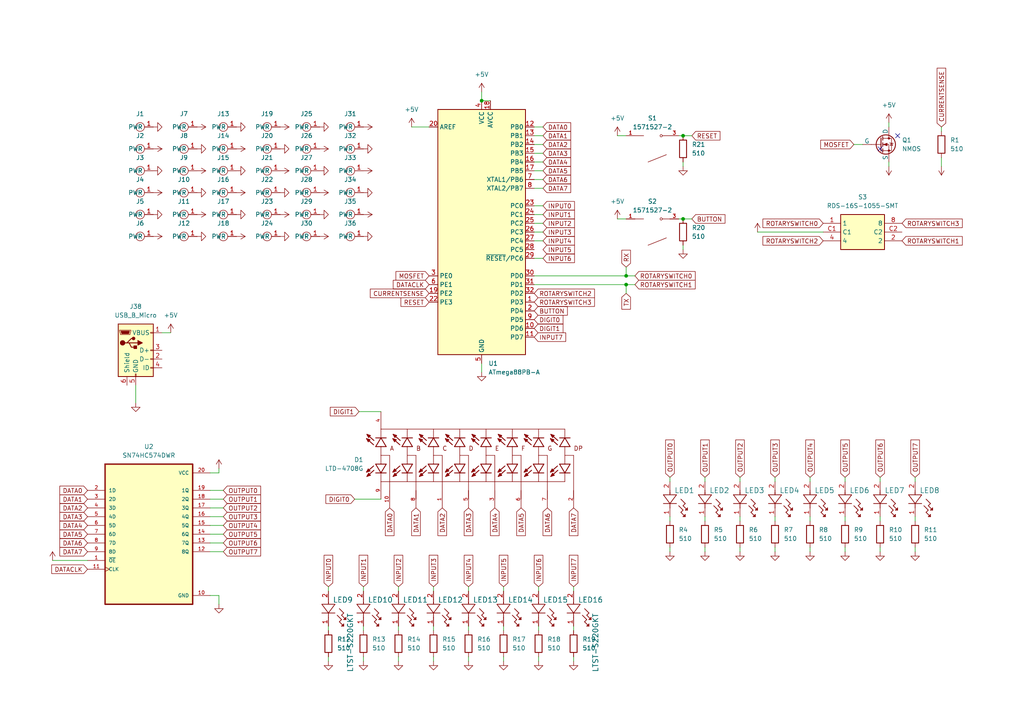
<source format=kicad_sch>
(kicad_sch (version 20230121) (generator eeschema)
  (paper "A4")
  (junction (at 139.7 29.21))
  (junction (at 198.12 39.37))
  (junction (at 181.61 80.01))
  (junction (at 198.12 63.5))
  (junction (at 181.61 82.55))
  (no_connect (at 255.27 43.18))
  (no_connect (at 260.35 39.37))
  (wire (pts (xy 214.63 149.86) (xy 214.63 151.13)))
  (wire (pts (xy 60.96 147.32) (xy 64.77 147.32)))
  (wire (pts (xy 204.47 149.86) (xy 204.47 151.13)))
  (wire (pts (xy 166.37 181.61) (xy 166.37 182.88)))
  (wire (pts (xy 115.57 170.18) (xy 115.57 171.45)))
  (wire (pts (xy 139.7 105.41) (xy 139.7 107.95)))
  (wire (pts (xy 255.27 138.43) (xy 255.27 139.7)))
  (wire (pts (xy 146.05 190.5) (xy 146.05 191.77)))
  (wire (pts (xy 115.57 181.61) (xy 115.57 182.88)))
  (wire (pts (xy 245.11 158.75) (xy 245.11 160.02)))
  (wire (pts (xy 196.85 63.5) (xy 198.12 63.5)))
  (wire (pts (xy 60.96 172.72) (xy 63.5 172.72)))
  (wire (pts (xy 194.31 138.43) (xy 194.31 139.7)))
  (wire (pts (xy 63.5 172.72) (xy 63.5 175.26)))
  (wire (pts (xy 154.94 64.77) (xy 157.48 64.77)))
  (wire (pts (xy 139.7 26.67) (xy 139.7 29.21)))
  (wire (pts (xy 255.27 149.86) (xy 255.27 151.13)))
  (wire (pts (xy 46.99 96.52) (xy 49.53 96.52)))
  (wire (pts (xy 265.43 149.86) (xy 265.43 151.13)))
  (wire (pts (xy 204.47 158.75) (xy 204.47 160.02)))
  (wire (pts (xy 39.37 111.76) (xy 39.37 116.84)))
  (wire (pts (xy 198.12 39.37) (xy 200.66 39.37)))
  (wire (pts (xy 60.96 160.02) (xy 64.77 160.02)))
  (wire (pts (xy 63.5 137.16) (xy 60.96 137.16)))
  (wire (pts (xy 125.73 181.61) (xy 125.73 182.88)))
  (wire (pts (xy 60.96 149.86) (xy 64.77 149.86)))
  (wire (pts (xy 156.21 170.18) (xy 156.21 171.45)))
  (wire (pts (xy 157.48 41.91) (xy 154.94 41.91)))
  (wire (pts (xy 63.5 135.89) (xy 63.5 137.16)))
  (wire (pts (xy 194.31 158.75) (xy 194.31 160.02)))
  (wire (pts (xy 60.96 144.78) (xy 64.77 144.78)))
  (wire (pts (xy 198.12 63.5) (xy 200.66 63.5)))
  (wire (pts (xy 245.11 149.86) (xy 245.11 151.13)))
  (wire (pts (xy 184.15 82.55) (xy 181.61 82.55)))
  (wire (pts (xy 156.21 190.5) (xy 156.21 191.77)))
  (wire (pts (xy 245.11 138.43) (xy 245.11 139.7)))
  (wire (pts (xy 257.81 46.99) (xy 257.81 48.26)))
  (wire (pts (xy 166.37 190.5) (xy 166.37 191.77)))
  (wire (pts (xy 154.94 74.93) (xy 157.48 74.93)))
  (wire (pts (xy 247.65 41.91) (xy 250.19 41.91)))
  (wire (pts (xy 119.38 36.83) (xy 124.46 36.83)))
  (wire (pts (xy 224.79 138.43) (xy 224.79 139.7)))
  (wire (pts (xy 194.31 149.86) (xy 194.31 151.13)))
  (wire (pts (xy 154.94 62.23) (xy 157.48 62.23)))
  (wire (pts (xy 157.48 54.61) (xy 154.94 54.61)))
  (wire (pts (xy 157.48 39.37) (xy 154.94 39.37)))
  (wire (pts (xy 156.21 181.61) (xy 156.21 182.88)))
  (wire (pts (xy 125.73 190.5) (xy 125.73 191.77)))
  (wire (pts (xy 157.48 44.45) (xy 154.94 44.45)))
  (wire (pts (xy 234.95 158.75) (xy 234.95 160.02)))
  (wire (pts (xy 181.61 85.09) (xy 181.61 82.55)))
  (wire (pts (xy 224.79 149.86) (xy 224.79 151.13)))
  (wire (pts (xy 105.41 181.61) (xy 105.41 182.88)))
  (wire (pts (xy 214.63 158.75) (xy 214.63 160.02)))
  (wire (pts (xy 184.15 80.01) (xy 181.61 80.01)))
  (wire (pts (xy 125.73 170.18) (xy 125.73 171.45)))
  (wire (pts (xy 105.41 190.5) (xy 105.41 191.77)))
  (wire (pts (xy 115.57 190.5) (xy 115.57 191.77)))
  (wire (pts (xy 214.63 138.43) (xy 214.63 139.7)))
  (wire (pts (xy 95.25 181.61) (xy 95.25 182.88)))
  (wire (pts (xy 257.81 35.56) (xy 257.81 36.83)))
  (wire (pts (xy 95.25 190.5) (xy 95.25 191.77)))
  (wire (pts (xy 157.48 46.99) (xy 154.94 46.99)))
  (wire (pts (xy 196.85 39.37) (xy 198.12 39.37)))
  (wire (pts (xy 181.61 82.55) (xy 154.94 82.55)))
  (wire (pts (xy 255.27 158.75) (xy 255.27 160.02)))
  (wire (pts (xy 265.43 138.43) (xy 265.43 139.7)))
  (wire (pts (xy 135.89 181.61) (xy 135.89 182.88)))
  (wire (pts (xy 135.89 190.5) (xy 135.89 191.77)))
  (wire (pts (xy 234.95 149.86) (xy 234.95 151.13)))
  (wire (pts (xy 60.96 152.4) (xy 64.77 152.4)))
  (wire (pts (xy 224.79 158.75) (xy 224.79 160.02)))
  (wire (pts (xy 102.87 144.78) (xy 110.49 144.78)))
  (wire (pts (xy 60.96 157.48) (xy 64.77 157.48)))
  (wire (pts (xy 265.43 158.75) (xy 265.43 160.02)))
  (wire (pts (xy 179.07 39.37) (xy 181.61 39.37)))
  (wire (pts (xy 273.05 45.72) (xy 273.05 48.26)))
  (wire (pts (xy 146.05 181.61) (xy 146.05 182.88)))
  (wire (pts (xy 219.71 67.31) (xy 238.76 67.31)))
  (wire (pts (xy 15.24 162.56) (xy 25.4 162.56)))
  (wire (pts (xy 60.96 154.94) (xy 64.77 154.94)))
  (wire (pts (xy 139.7 29.21) (xy 142.24 29.21)))
  (wire (pts (xy 154.94 69.85) (xy 157.48 69.85)))
  (wire (pts (xy 154.94 59.69) (xy 157.48 59.69)))
  (wire (pts (xy 181.61 80.01) (xy 154.94 80.01)))
  (wire (pts (xy 273.05 36.83) (xy 273.05 38.1)))
  (wire (pts (xy 204.47 138.43) (xy 204.47 139.7)))
  (wire (pts (xy 95.25 170.18) (xy 95.25 171.45)))
  (wire (pts (xy 146.05 170.18) (xy 146.05 171.45)))
  (wire (pts (xy 104.14 119.38) (xy 110.49 119.38)))
  (wire (pts (xy 135.89 170.18) (xy 135.89 171.45)))
  (wire (pts (xy 157.48 36.83) (xy 154.94 36.83)))
  (wire (pts (xy 181.61 77.47) (xy 181.61 80.01)))
  (wire (pts (xy 157.48 49.53) (xy 154.94 49.53)))
  (wire (pts (xy 198.12 46.99) (xy 198.12 48.26)))
  (wire (pts (xy 154.94 67.31) (xy 157.48 67.31)))
  (wire (pts (xy 105.41 170.18) (xy 105.41 171.45)))
  (wire (pts (xy 157.48 52.07) (xy 154.94 52.07)))
  (wire (pts (xy 198.12 71.12) (xy 198.12 72.39)))
  (wire (pts (xy 64.77 142.24) (xy 60.96 142.24)))
  (wire (pts (xy 179.07 63.5) (xy 181.61 63.5)))
  (wire (pts (xy 166.37 170.18) (xy 166.37 171.45)))
  (wire (pts (xy 234.95 138.43) (xy 234.95 139.7)))
  (global_label "OUTPUT0" (shape input) (at 64.77 142.24 0) (property "Intersheetrefs" "${INTERSHEET_REFS}" (effects hide)))
  (global_label "ROTARYSWITCH1" (shape input) (at 184.15 82.55 0) (property "Intersheetrefs" "${INTERSHEET_REFS}" (effects hide)))
  (global_label "DATA4" (shape input) (at 25.4 152.4 180) (property "Intersheetrefs" "${INTERSHEET_REFS}" (effects hide)))
  (global_label "MOSFET" (shape input) (at 247.65 41.91 180) (property "Intersheetrefs" "${INTERSHEET_REFS}" (effects hide)))
  (global_label "DIGIT1" (shape input) (at 104.14 119.38 180) (property "Intersheetrefs" "${INTERSHEET_REFS}" (effects hide)))
  (global_label "DIGIT1" (shape input) (at 154.94 95.25 0) (property "Intersheetrefs" "${INTERSHEET_REFS}" (effects hide)))
  (global_label "DATA7" (shape input) (at 166.37 147.32 270) (property "Intersheetrefs" "${INTERSHEET_REFS}" (effects hide)))
  (global_label "RX" (shape input) (at 181.61 77.47 90) (property "Intersheetrefs" "${INTERSHEET_REFS}" (effects hide)))
  (global_label "OUTPUT7" (shape input) (at 64.77 160.02 0) (property "Intersheetrefs" "${INTERSHEET_REFS}" (effects hide)))
  (global_label "DATA2" (shape input) (at 128.27 147.32 270) (property "Intersheetrefs" "${INTERSHEET_REFS}" (effects hide)))
  (global_label "OUTPUT0" (shape input) (at 194.31 138.43 90) (property "Intersheetrefs" "${INTERSHEET_REFS}" (effects hide)))
  (global_label "INPUT7" (shape input) (at 154.94 97.79 0) (property "Intersheetrefs" "${INTERSHEET_REFS}" (effects hide)))
  (global_label "INPUT4" (shape input) (at 157.48 69.85 0) (property "Intersheetrefs" "${INTERSHEET_REFS}" (effects hide)))
  (global_label "INPUT7" (shape input) (at 166.37 170.18 90) (property "Intersheetrefs" "${INTERSHEET_REFS}" (effects hide)))
  (global_label "CURRENTSENSE" (shape input) (at 273.05 36.83 90) (property "Intersheetrefs" "${INTERSHEET_REFS}" (effects hide)))
  (global_label "INPUT1" (shape input) (at 105.41 170.18 90) (property "Intersheetrefs" "${INTERSHEET_REFS}" (effects hide)))
  (global_label "DATACLK" (shape input) (at 124.46 82.55 180) (property "Intersheetrefs" "${INTERSHEET_REFS}" (effects hide)))
  (global_label "MOSFET" (shape input) (at 124.46 80.01 180) (property "Intersheetrefs" "${INTERSHEET_REFS}" (effects hide)))
  (global_label "OUTPUT6" (shape input) (at 64.77 157.48 0) (property "Intersheetrefs" "${INTERSHEET_REFS}" (effects hide)))
  (global_label "DATA1" (shape input) (at 157.48 39.37 0) (property "Intersheetrefs" "${INTERSHEET_REFS}" (effects hide)))
  (global_label "DATA2" (shape input) (at 157.48 41.91 0) (property "Intersheetrefs" "${INTERSHEET_REFS}" (effects hide)))
  (global_label "OUTPUT4" (shape input) (at 234.95 138.43 90) (property "Intersheetrefs" "${INTERSHEET_REFS}" (effects hide)))
  (global_label "DATA7" (shape input) (at 157.48 54.61 0) (property "Intersheetrefs" "${INTERSHEET_REFS}" (effects hide)))
  (global_label "DIGIT0" (shape input) (at 102.87 144.78 180) (property "Intersheetrefs" "${INTERSHEET_REFS}" (effects hide)))
  (global_label "INPUT4" (shape input) (at 135.89 170.18 90) (property "Intersheetrefs" "${INTERSHEET_REFS}" (effects hide)))
  (global_label "DIGIT0" (shape input) (at 154.94 92.71 0) (property "Intersheetrefs" "${INTERSHEET_REFS}" (effects hide)))
  (global_label "ROTARYSWITCH2" (shape input) (at 154.94 85.09 0) (property "Intersheetrefs" "${INTERSHEET_REFS}" (effects hide)))
  (global_label "BUTTON" (shape input) (at 154.94 90.17 0) (property "Intersheetrefs" "${INTERSHEET_REFS}" (effects hide)))
  (global_label "OUTPUT1" (shape input) (at 64.77 144.78 0) (property "Intersheetrefs" "${INTERSHEET_REFS}" (effects hide)))
  (global_label "DATA2" (shape input) (at 25.4 147.32 180) (property "Intersheetrefs" "${INTERSHEET_REFS}" (effects hide)))
  (global_label "RESET" (shape input) (at 200.66 39.37 0) (property "Intersheetrefs" "${INTERSHEET_REFS}" (effects hide)))
  (global_label "OUTPUT4" (shape input) (at 64.77 152.4 0) (property "Intersheetrefs" "${INTERSHEET_REFS}" (effects hide)))
  (global_label "OUTPUT3" (shape input) (at 224.79 138.43 90) (property "Intersheetrefs" "${INTERSHEET_REFS}" (effects hide)))
  (global_label "DATA1" (shape input) (at 25.4 144.78 180) (property "Intersheetrefs" "${INTERSHEET_REFS}" (effects hide)))
  (global_label "DATA6" (shape input) (at 158.75 147.32 270) (property "Intersheetrefs" "${INTERSHEET_REFS}" (effects hide)))
  (global_label "DATA5" (shape input) (at 157.48 49.53 0) (property "Intersheetrefs" "${INTERSHEET_REFS}" (effects hide)))
  (global_label "INPUT2" (shape input) (at 115.57 170.18 90) (property "Intersheetrefs" "${INTERSHEET_REFS}" (effects hide)))
  (global_label "ROTARYSWITCH2" (shape input) (at 238.76 69.85 180) (property "Intersheetrefs" "${INTERSHEET_REFS}" (effects hide)))
  (global_label "DATACLK" (shape input) (at 25.4 165.1 180) (property "Intersheetrefs" "${INTERSHEET_REFS}" (effects hide)))
  (global_label "OUTPUT7" (shape input) (at 265.43 138.43 90) (property "Intersheetrefs" "${INTERSHEET_REFS}" (effects hide)))
  (global_label "TX" (shape input) (at 181.61 85.09 270) (property "Intersheetrefs" "${INTERSHEET_REFS}" (effects hide)))
  (global_label "OUTPUT2" (shape input) (at 214.63 138.43 90) (property "Intersheetrefs" "${INTERSHEET_REFS}" (effects hide)))
  (global_label "CURRENTSENSE" (shape input) (at 124.46 85.09 180) (property "Intersheetrefs" "${INTERSHEET_REFS}" (effects hide)))
  (global_label "INPUT2" (shape input) (at 157.48 64.77 0) (property "Intersheetrefs" "${INTERSHEET_REFS}" (effects hide)))
  (global_label "DATA6" (shape input) (at 157.48 52.07 0) (property "Intersheetrefs" "${INTERSHEET_REFS}" (effects hide)))
  (global_label "ROTARYSWITCH0" (shape input) (at 238.76 64.77 180) (property "Intersheetrefs" "${INTERSHEET_REFS}" (effects hide)))
  (global_label "OUTPUT3" (shape input) (at 64.77 149.86 0) (property "Intersheetrefs" "${INTERSHEET_REFS}" (effects hide)))
  (global_label "ROTARYSWITCH1" (shape input) (at 261.62 69.85 0) (property "Intersheetrefs" "${INTERSHEET_REFS}" (effects hide)))
  (global_label "BUTTON" (shape input) (at 200.66 63.5 0) (property "Intersheetrefs" "${INTERSHEET_REFS}" (effects hide)))
  (global_label "ROTARYSWITCH3" (shape input) (at 154.94 87.63 0) (property "Intersheetrefs" "${INTERSHEET_REFS}" (effects hide)))
  (global_label "INPUT5" (shape input) (at 146.05 170.18 90) (property "Intersheetrefs" "${INTERSHEET_REFS}" (effects hide)))
  (global_label "OUTPUT5" (shape input) (at 245.11 138.43 90) (property "Intersheetrefs" "${INTERSHEET_REFS}" (effects hide)))
  (global_label "DATA3" (shape input) (at 135.89 147.32 270) (property "Intersheetrefs" "${INTERSHEET_REFS}" (effects hide)))
  (global_label "DATA3" (shape input) (at 157.48 44.45 0) (property "Intersheetrefs" "${INTERSHEET_REFS}" (effects hide)))
  (global_label "OUTPUT6" (shape input) (at 255.27 138.43 90) (property "Intersheetrefs" "${INTERSHEET_REFS}" (effects hide)))
  (global_label "DATA4" (shape input) (at 157.48 46.99 0) (property "Intersheetrefs" "${INTERSHEET_REFS}" (effects hide)))
  (global_label "DATA6" (shape input) (at 25.4 157.48 180) (property "Intersheetrefs" "${INTERSHEET_REFS}" (effects hide)))
  (global_label "DATA3" (shape input) (at 25.4 149.86 180) (property "Intersheetrefs" "${INTERSHEET_REFS}" (effects hide)))
  (global_label "ROTARYSWITCH0" (shape input) (at 184.15 80.01 0) (property "Intersheetrefs" "${INTERSHEET_REFS}" (effects hide)))
  (global_label "INPUT6" (shape input) (at 157.48 74.93 0) (property "Intersheetrefs" "${INTERSHEET_REFS}" (effects hide)))
  (global_label "DATA5" (shape input) (at 25.4 154.94 180) (property "Intersheetrefs" "${INTERSHEET_REFS}" (effects hide)))
  (global_label "INPUT1" (shape input) (at 157.48 62.23 0) (property "Intersheetrefs" "${INTERSHEET_REFS}" (effects hide)))
  (global_label "INPUT6" (shape input) (at 156.21 170.18 90) (property "Intersheetrefs" "${INTERSHEET_REFS}" (effects hide)))
  (global_label "DATA0" (shape input) (at 157.48 36.83 0) (property "Intersheetrefs" "${INTERSHEET_REFS}" (effects hide)))
  (global_label "DATA7" (shape input) (at 25.4 160.02 180) (property "Intersheetrefs" "${INTERSHEET_REFS}" (effects hide)))
  (global_label "INPUT5" (shape input) (at 157.48 72.39 0) (property "Intersheetrefs" "${INTERSHEET_REFS}" (effects hide)))
  (global_label "DATA1" (shape input) (at 120.65 147.32 270) (property "Intersheetrefs" "${INTERSHEET_REFS}" (effects hide)))
  (global_label "OUTPUT1" (shape input) (at 204.47 138.43 90) (property "Intersheetrefs" "${INTERSHEET_REFS}" (effects hide)))
  (global_label "ROTARYSWITCH3" (shape input) (at 261.62 64.77 0) (property "Intersheetrefs" "${INTERSHEET_REFS}" (effects hide)))
  (global_label "OUTPUT2" (shape input) (at 64.77 147.32 0) (property "Intersheetrefs" "${INTERSHEET_REFS}" (effects hide)))
  (global_label "INPUT3" (shape input) (at 125.73 170.18 90) (property "Intersheetrefs" "${INTERSHEET_REFS}" (effects hide)))
  (global_label "DATA4" (shape input) (at 143.51 147.32 270) (property "Intersheetrefs" "${INTERSHEET_REFS}" (effects hide)))
  (global_label "RESET" (shape input) (at 124.46 87.63 180) (property "Intersheetrefs" "${INTERSHEET_REFS}" (effects hide)))
  (global_label "DATA0" (shape input) (at 113.03 147.32 270) (property "Intersheetrefs" "${INTERSHEET_REFS}" (effects hide)))
  (global_label "INPUT0" (shape input) (at 95.25 170.18 90) (property "Intersheetrefs" "${INTERSHEET_REFS}" (effects hide)))
  (global_label "DATA0" (shape input) (at 25.4 142.24 180) (property "Intersheetrefs" "${INTERSHEET_REFS}" (effects hide)))
  (global_label "INPUT3" (shape input) (at 157.48 67.31 0) (property "Intersheetrefs" "${INTERSHEET_REFS}" (effects hide)))
  (global_label "INPUT0" (shape input) (at 157.48 59.69 0) (property "Intersheetrefs" "${INTERSHEET_REFS}" (effects hide)))
  (global_label "OUTPUT5" (shape input) (at 64.77 154.94 0) (property "Intersheetrefs" "${INTERSHEET_REFS}" (effects hide)))
  (global_label "DATA5" (shape input) (at 151.13 147.32 270) (property "Intersheetrefs" "${INTERSHEET_REFS}" (effects hide)))
  (symbol (lib_id "DigitalLogicLibrary:8mm_snap") (at 88.9 68.58 0) (unit 1) (in_bom no)
    (property "Reference" "J30" (at 88.9 64.77 0))
    (property "Value" "~" (at 88.9 68.58 0))
    (property "Footprint" "DigitalLogicFootprints:8mm-snap" (effects hide))
  )
  (symbol (lib_id "power:GND") (at 44.45 62.23 90) (unit 1)
    (property "Reference" "#PWR07" (effects hide))
    (property "Value" "GND" (effects hide))
  )
  (symbol (lib_id "DigitalLogicLibrary:8mm_snap") (at 53.34 68.58 0) (unit 1) (in_bom no)
    (property "Reference" "J12" (at 53.34 64.77 0))
    (property "Value" "~" (at 53.34 68.58 0))
    (property "Footprint" "DigitalLogicFootprints:8mm-snap" (effects hide))
  )
  (symbol (lib_id "power:GND") (at 204.47 160.02 0) (unit 1)
    (property "Reference" "#PWR048" (effects hide))
    (property "Value" "GND" (effects hide))
  )
  (symbol (lib_id "power:VCC") (at 44.45 55.88 270) (unit 1)
    (property "Reference" "#PWR03" (effects hide))
    (property "Value" "VCC" (effects hide))
  )
  (symbol (lib_id "DigitalLogicLibrary:8mm_snap") (at 40.64 36.83 0) (unit 1) (in_bom no)
    (property "Reference" "J1" (at 40.64 33.02 0))
    (property "Value" "~" (at 40.64 36.83 0))
    (property "Footprint" "DigitalLogicFootprints:8mm-snap" (effects hide))
  )
  (symbol (lib_id "DigitalLogicLibrary:LTST-S220GKT") (at 95.25 171.45 270) (unit 1)
    (property "Reference" "LED9" (at 96.52 173.99 90) (effects (font (size 1.524 1.524)) (justify left)))
    (property "Value" "LTST-S220GKT" (at 101.6 177.8 0) (effects (font (size 1.524 1.524)) (justify left)))
    (property "Footprint" "LED_LTST-S220GKT_LTO" (effects hide))
    (property "Datasheet" "LTST-S220GKT" (effects hide))
  )
  (symbol (lib_id "DigitalLogicLibrary:8mm_snap") (at 101.6 68.58 0) (unit 1) (in_bom no)
    (property "Reference" "J36" (at 101.6 64.77 0))
    (property "Value" "~" (at 101.6 68.58 0))
    (property "Footprint" "DigitalLogicFootprints:8mm-snap" (effects hide))
  )
  (symbol (lib_id "DigitalLogicLibrary:8mm_snap") (at 88.9 36.83 0) (unit 1) (in_bom no)
    (property "Reference" "J25" (at 88.9 33.02 0))
    (property "Value" "~" (at 88.9 36.83 0))
    (property "Footprint" "DigitalLogicFootprints:8mm-snap" (effects hide))
  )
  (symbol (lib_id "power:GND") (at 146.05 191.77 0) (unit 1)
    (property "Reference" "#PWR063" (effects hide))
    (property "Value" "GND" (effects hide))
  )
  (symbol (lib_id "power:GND") (at 81.28 68.58 90) (unit 1)
    (property "Reference" "#PWR024" (effects hide))
    (property "Value" "GND" (effects hide))
  )
  (symbol (lib_id "DigitalLogicLibrary:LTST-S220GKT") (at 255.27 139.7 270) (unit 1)
    (property "Reference" "LED7" (at 256.54 142.24 90) (effects (font (size 1.524 1.524)) (justify left)))
    (property "Value" "LTST-S220GKT" (effects hide))
    (property "Footprint" "LED_LTST-S220GKT_LTO" (effects hide))
    (property "Datasheet" "LTST-S220GKT" (effects hide))
  )
  (symbol (lib_id "power:VCC") (at 219.71 67.31 0) (unit 1)
    (property "Reference" "#PWR068" (effects hide))
    (property "Value" "VCC" (effects hide))
  )
  (symbol (lib_id "Device:R") (at 95.25 186.69 180) (unit 1)
    (property "Reference" "R12" (at 97.79 185.42 0) (effects (justify right)))
    (property "Value" "510" (at 97.79 187.96 0) (effects (justify right)))
    (property "Footprint" "Resistor_SMD:R_0805_2012Metric_Pad1.20x1.40mm_HandSolder" (effects hide))
  )
  (symbol (lib_id "Simulation_SPICE:NMOS") (at 255.27 41.91 0) (unit 1)
    (property "Reference" "Q1" (at 261.62 40.64 0) (effects (justify left)))
    (property "Value" "NMOS" (at 261.62 43.18 0) (effects (justify left)))
    (property "Footprint" "DigitalLogicFootprints:TO254P1041X444X1930-3" (effects hide))
    (property "Datasheet" "https://ngspice.sourceforge.io/docs/ngspice-manual.pdf" (effects hide))
    (property "Sim.Device" "NMOS" (effects hide))
    (property "Sim.Type" "VDMOS" (effects hide))
    (property "Sim.Pins" "1=D 2=G 3=S" (effects hide))
  )
  (symbol (lib_id "power:+5V") (at 257.81 35.56 0) (unit 1)
    (property "Reference" "#PWR038" (effects hide))
    (property "Value" "+5V" (at 257.81 30.48 0))
  )
  (symbol (lib_id "DigitalLogicLibrary:8mm_snap") (at 101.6 55.88 0) (unit 1) (in_bom no)
    (property "Reference" "J34" (at 101.6 52.07 0))
    (property "Value" "~" (at 101.6 55.88 0))
    (property "Footprint" "DigitalLogicFootprints:8mm-snap" (effects hide))
  )
  (symbol (lib_id "power:GND") (at 198.12 48.26 0) (unit 1)
    (property "Reference" "#PWR067" (effects hide))
    (property "Value" "GND" (effects hide))
  )
  (symbol (lib_id "power:GND") (at 105.41 68.58 90) (unit 1)
    (property "Reference" "#PWR036" (effects hide))
    (property "Value" "GND" (effects hide))
  )
  (symbol (lib_id "power:GND") (at 92.71 62.23 90) (unit 1)
    (property "Reference" "#PWR029" (effects hide))
    (property "Value" "GND" (effects hide))
  )
  (symbol (lib_id "power:GND") (at 135.89 191.77 0) (unit 1)
    (property "Reference" "#PWR062" (effects hide))
    (property "Value" "GND" (effects hide))
  )
  (symbol (lib_id "power:GND") (at 44.45 49.53 90) (unit 1)
    (property "Reference" "#PWR06" (effects hide))
    (property "Value" "GND" (effects hide))
  )
  (symbol (lib_id "DigitalLogicLibrary:8mm_snap") (at 40.64 55.88 0) (unit 1) (in_bom no)
    (property "Reference" "J4" (at 40.64 52.07 0))
    (property "Value" "~" (at 40.64 55.88 0))
    (property "Footprint" "DigitalLogicFootprints:8mm-snap" (effects hide))
  )
  (symbol (lib_id "DigitalLogicLibrary:SN74HC574DWR") (at 43.18 154.94 0) (unit 1)
    (property "Reference" "U2" (at 43.18 129.54 0))
    (property "Value" "SN74HC574DWR" (at 43.18 132.08 0))
    (property "Footprint" "DigitalLogicFootprints:SOIC127P1030X265-20N" (effects hide))
    (property "MF" "Texas Instruments" (effects hide))
    (property "Description" "\nOctal Edge-Triggered D-Type Flip-Flops With 3-State Outputs\n" (effects hide))
    (property "Package" "SOIC-20 Texas Instruments" (effects hide))
    (property "Price" "None" (effects hide))
    (property "SnapEDA_Link" "https://www.snapeda.com/parts/SN74HC574DWR/Texas+Instruments/view-part/?ref=snap" (effects hide))
    (property "MP" "SN74HC574DWR" (effects hide))
    (property "Purchase-URL" "https://www.snapeda.com/api/url_track_click_mouser/?unipart_id=48243&manufacturer=Texas Instruments&part_name=SN74HC574DWR&search_term=sn74hc574dwr" (effects hide))
    (property "Availability" "In Stock" (effects hide))
    (property "Check_prices" "https://www.snapeda.com/parts/SN74HC574DWR/Texas+Instruments/view-part/?ref=eda" (effects hide))
  )
  (symbol (lib_id "power:GND") (at 139.7 107.95 0) (unit 1)
    (property "Reference" "#PWR044" (effects hide))
    (property "Value" "GND" (effects hide))
  )
  (symbol (lib_id "DigitalLogicLibrary:1571527-2") (at 189.23 39.37 0) (unit 1)
    (property "Reference" "S1" (at 189.23 34.29 0))
    (property "Value" "1571527-2" (at 189.23 36.83 0))
    (property "Footprint" "DigitalLogicFootprints:SW_1571527-2" (effects hide))
    (property "Comment" "1571527-2" (effects hide))
    (property "MF" "TE Connectivity / AMP" (effects hide))
    (property "MAXIMUM_PACKAGE_HEIGHT" "5.25mm" (effects hide))
    (property "Package" "None" (effects hide))
    (property "Check_prices" "https://www.snapeda.com/parts/1571527-2/TE+Connectivity+%252F+AMP/view-part/?ref=eda" (effects hide))
    (property "STANDARD" "Manufacturer Recommendations" (effects hide))
    (property "PARTREV" "V" (effects hide))
    (property "SnapEDA_Link" "https://www.snapeda.com/parts/1571527-2/TE+Connectivity+%252F+AMP/view-part/?ref=snap" (effects hide))
    (property "MP" "1571527-2" (effects hide))
    (property "Purchase-URL" "https://www.snapeda.com/api/url_track_click_mouser/?unipart_id=491702&manufacturer=TE Connectivity / AMP&part_name=1571527-2&search_term=1571527-2" (effects hide))
    (property "EU_RoHS_Compliance" "Compliant" (effects hide))
    (property "Description" "\nSwitch Tactile OFF (ON) SPST Round Button Gull Wing 0.05A 24VDC 0.98N SMD T/R\n" (effects hide))
    (property "MANUFACTURER" "TE" (effects hide))
  )
  (symbol (lib_id "DigitalLogicLibrary:8mm_snap") (at 53.34 62.23 0) (unit 1) (in_bom no)
    (property "Reference" "J11" (at 53.34 58.42 0))
    (property "Value" "~" (at 53.34 62.23 0))
    (property "Footprint" "DigitalLogicFootprints:8mm-snap" (effects hide))
  )
  (symbol (lib_id "power:GND") (at 234.95 160.02 0) (unit 1)
    (property "Reference" "#PWR051" (effects hide))
    (property "Value" "GND" (effects hide))
  )
  (symbol (lib_id "Device:R") (at 125.73 186.69 180) (unit 1)
    (property "Reference" "R15" (at 128.27 185.42 0) (effects (justify right)))
    (property "Value" "510" (at 128.27 187.96 0) (effects (justify right)))
    (property "Footprint" "Resistor_SMD:R_0805_2012Metric_Pad1.20x1.40mm_HandSolder" (effects hide))
  )
  (symbol (lib_id "DigitalLogicLibrary:8mm_snap") (at 40.64 62.23 0) (unit 1) (in_bom no)
    (property "Reference" "J5" (at 40.64 58.42 0))
    (property "Value" "~" (at 40.64 62.23 0))
    (property "Footprint" "DigitalLogicFootprints:8mm-snap" (effects hide))
  )
  (symbol (lib_id "DigitalLogicLibrary:1571527-2") (at 189.23 63.5 0) (unit 1)
    (property "Reference" "S2" (at 189.23 58.42 0))
    (property "Value" "1571527-2" (at 189.23 60.96 0))
    (property "Footprint" "DigitalLogicFootprints:SW_1571527-2" (effects hide))
    (property "Comment" "1571527-2" (effects hide))
    (property "MF" "TE Connectivity / AMP" (effects hide))
    (property "MAXIMUM_PACKAGE_HEIGHT" "5.25mm" (effects hide))
    (property "Package" "None" (effects hide))
    (property "Check_prices" "https://www.snapeda.com/parts/1571527-2/TE+Connectivity+%252F+AMP/view-part/?ref=eda" (effects hide))
    (property "STANDARD" "Manufacturer Recommendations" (effects hide))
    (property "PARTREV" "V" (effects hide))
    (property "SnapEDA_Link" "https://www.snapeda.com/parts/1571527-2/TE+Connectivity+%252F+AMP/view-part/?ref=snap" (effects hide))
    (property "MP" "1571527-2" (effects hide))
    (property "Purchase-URL" "https://www.snapeda.com/api/url_track_click_mouser/?unipart_id=491702&manufacturer=TE Connectivity / AMP&part_name=1571527-2&search_term=1571527-2" (effects hide))
    (property "EU_RoHS_Compliance" "Compliant" (effects hide))
    (property "Description" "\nSwitch Tactile OFF (ON) SPST Round Button Gull Wing 0.05A 24VDC 0.98N SMD T/R\n" (effects hide))
    (property "MANUFACTURER" "TE" (effects hide))
  )
  (symbol (lib_id "power:VCC") (at 105.41 49.53 270) (unit 1)
    (property "Reference" "#PWR033" (effects hide))
    (property "Value" "VCC" (effects hide))
  )
  (symbol (lib_id "Device:R") (at 156.21 186.69 180) (unit 1)
    (property "Reference" "R18" (at 158.75 185.42 0) (effects (justify right)))
    (property "Value" "510" (at 158.75 187.96 0) (effects (justify right)))
    (property "Footprint" "Resistor_SMD:R_0805_2012Metric_Pad1.20x1.40mm_HandSolder" (effects hide))
  )
  (symbol (lib_id "DigitalLogicLibrary:LTST-S220GKT") (at 115.57 171.45 270) (unit 1)
    (property "Reference" "LED11" (at 116.84 173.99 90) (effects (font (size 1.524 1.524)) (justify left)))
    (property "Value" "LTST-S220GKT" (effects hide))
    (property "Footprint" "LED_LTST-S220GKT_LTO" (effects hide))
    (property "Datasheet" "LTST-S220GKT" (effects hide))
  )
  (symbol (lib_id "DigitalLogicLibrary:LTST-S220GKT") (at 135.89 171.45 270) (unit 1)
    (property "Reference" "LED13" (at 137.16 173.99 90) (effects (font (size 1.524 1.524)) (justify left)))
    (property "Value" "LTST-S220GKT" (effects hide))
    (property "Footprint" "LED_LTST-S220GKT_LTO" (effects hide))
    (property "Datasheet" "LTST-S220GKT" (effects hide))
  )
  (symbol (lib_id "MCU_Microchip_ATmega:ATmega88PB-A") (at 139.7 67.31 0) (unit 1)
    (property "Reference" "U1" (at 141.6559 105.41 0) (effects (justify left)))
    (property "Value" "ATmega88PB-A" (at 141.6559 107.95 0) (effects (justify left)))
    (property "Footprint" "Package_QFP:TQFP-32_7x7mm_P0.8mm" (effects hide))
    (property "Datasheet" "http://ww1.microchip.com/downloads/en/DeviceDoc/40001909A.pdf" (effects hide))
  )
  (symbol (lib_id "power:VCC") (at 92.71 68.58 270) (unit 1)
    (property "Reference" "#PWR030" (effects hide))
    (property "Value" "VCC" (effects hide))
  )
  (symbol (lib_id "Device:R") (at 135.89 186.69 180) (unit 1)
    (property "Reference" "R16" (at 138.43 185.42 0) (effects (justify right)))
    (property "Value" "510" (at 138.43 187.96 0) (effects (justify right)))
    (property "Footprint" "Resistor_SMD:R_0805_2012Metric_Pad1.20x1.40mm_HandSolder" (effects hide))
  )
  (symbol (lib_id "DigitalLogicLibrary:8mm_snap") (at 53.34 55.88 0) (unit 1) (in_bom no)
    (property "Reference" "J10" (at 53.34 52.07 0))
    (property "Value" "~" (at 53.34 55.88 0))
    (property "Footprint" "DigitalLogicFootprints:8mm-snap" (effects hide))
  )
  (symbol (lib_id "power:VCC") (at 44.45 68.58 270) (unit 1)
    (property "Reference" "#PWR04" (effects hide))
    (property "Value" "VCC" (effects hide))
  )
  (symbol (lib_id "power:GND") (at 224.79 160.02 0) (unit 1)
    (property "Reference" "#PWR050" (effects hide))
    (property "Value" "GND" (effects hide))
  )
  (symbol (lib_id "DigitalLogicLibrary:8mm_snap") (at 64.77 55.88 0) (unit 1) (in_bom no)
    (property "Reference" "J16" (at 64.77 52.07 0))
    (property "Value" "~" (at 64.77 55.88 0))
    (property "Footprint" "DigitalLogicFootprints:8mm-snap" (effects hide))
  )
  (symbol (lib_id "power:VCC") (at 15.24 162.56 0) (unit 1)
    (property "Reference" "#PWR057" (effects hide))
    (property "Value" "VCC" (effects hide))
  )
  (symbol (lib_id "power:VCC") (at 105.41 62.23 270) (unit 1)
    (property "Reference" "#PWR035" (effects hide))
    (property "Value" "VCC" (effects hide))
  )
  (symbol (lib_id "DigitalLogicLibrary:8mm_snap") (at 77.47 55.88 0) (unit 1) (in_bom no)
    (property "Reference" "J22" (at 77.47 52.07 0))
    (property "Value" "~" (at 77.47 55.88 0))
    (property "Footprint" "DigitalLogicFootprints:8mm-snap" (effects hide))
  )
  (symbol (lib_id "DigitalLogicLibrary:LTST-S220GKT") (at 156.21 171.45 270) (unit 1)
    (property "Reference" "LED15" (at 157.48 173.99 90) (effects (font (size 1.524 1.524)) (justify left)))
    (property "Value" "LTST-S220GKT" (effects hide))
    (property "Footprint" "LED_LTST-S220GKT_LTO" (effects hide))
    (property "Datasheet" "LTST-S220GKT" (effects hide))
  )
  (symbol (lib_id "DigitalLogicLibrary:LTST-S220GKT") (at 234.95 139.7 270) (unit 1)
    (property "Reference" "LED5" (at 236.22 142.24 90) (effects (font (size 1.524 1.524)) (justify left)))
    (property "Value" "LTST-S220GKT" (effects hide))
    (property "Footprint" "LED_LTST-S220GKT_LTO" (effects hide))
    (property "Datasheet" "LTST-S220GKT" (effects hide))
  )
  (symbol (lib_id "DigitalLogicLibrary:8mm_snap") (at 88.9 43.18 0) (unit 1) (in_bom no)
    (property "Reference" "J26" (at 88.9 39.37 0))
    (property "Value" "~" (at 88.9 43.18 0))
    (property "Footprint" "DigitalLogicFootprints:8mm-snap" (effects hide))
  )
  (symbol (lib_id "DigitalLogicLibrary:LTST-S220GKT") (at 146.05 171.45 270) (unit 1)
    (property "Reference" "LED14" (at 147.32 173.99 90) (effects (font (size 1.524 1.524)) (justify left)))
    (property "Value" "LTST-S220GKT" (effects hide))
    (property "Footprint" "LED_LTST-S220GKT_LTO" (effects hide))
    (property "Datasheet" "LTST-S220GKT" (effects hide))
  )
  (symbol (lib_id "power:GND") (at 214.63 160.02 0) (unit 1)
    (property "Reference" "#PWR049" (effects hide))
    (property "Value" "GND" (effects hide))
  )
  (symbol (lib_id "DigitalLogicLibrary:8mm_snap") (at 77.47 49.53 0) (unit 1) (in_bom no)
    (property "Reference" "J21" (at 77.47 45.72 0))
    (property "Value" "~" (at 77.47 49.53 0))
    (property "Footprint" "DigitalLogicFootprints:8mm-snap" (effects hide))
  )
  (symbol (lib_id "Device:R") (at 273.05 41.91 180) (unit 1)
    (property "Reference" "R1" (at 275.59 40.64 0) (effects (justify right)))
    (property "Value" "510" (at 275.59 43.18 0) (effects (justify right)))
    (property "Footprint" "Resistor_SMD:R_0805_2012Metric_Pad1.20x1.40mm_HandSolder" (effects hide))
  )
  (symbol (lib_id "DigitalLogicLibrary:LTD-4708G") (at 135.89 132.08 0) (unit 1)
    (property "Reference" "D1" (at 105.41 133.35 0) (effects (justify right)))
    (property "Value" "LTD-4708G" (at 105.41 135.89 0) (effects (justify right)))
    (property "Footprint" "DigitalLogicFootprints:LED_LTD-4708G" (effects hide))
    (property "MF" "Lite-On" (effects hide))
    (property "MAXIMUM_PACKAGE_HEIGHT" "7.25 mm" (effects hide))
    (property "Package" "None" (effects hide))
    (property "Price" "None" (effects hide))
    (property "Check_prices" "https://www.snapeda.com/parts/LTD-4708G/Lite-On/view-part/?ref=eda" (effects hide))
    (property "STANDARD" "Manufacturer Recommendations" (effects hide))
    (property "PARTREV" "BNS-OD-C131/A4" (effects hide))
    (property "SnapEDA_Link" "https://www.snapeda.com/parts/LTD-4708G/Lite-On/view-part/?ref=snap" (effects hide))
    (property "MP" "LTD-4708G" (effects hide))
    (property "Description" "\nLED 2-DIGIT 7-SEGMENT DISPLAY GREEN\n" (effects hide))
    (property "Availability" "In Stock" (effects hide))
    (property "MANUFACTURER" "LiteOn" (effects hide))
  )
  (symbol (lib_id "DigitalLogicLibrary:8mm_snap") (at 40.64 68.58 0) (unit 1) (in_bom no)
    (property "Reference" "J6" (at 40.64 64.77 0))
    (property "Value" "~" (at 40.64 68.58 0))
    (property "Footprint" "DigitalLogicFootprints:8mm-snap" (effects hide))
  )
  (symbol (lib_id "DigitalLogicLibrary:RDS-16S-1055-SMT") (at 238.76 64.77 0) (unit 1)
    (property "Reference" "S3" (at 250.19 57.15 0))
    (property "Value" "RDS-16S-1055-SMT" (at 250.19 59.69 0))
    (property "Footprint" "DigitalLogicFootprints:RDS16S1055SMT" (effects hide))
    (property "Datasheet" "https://www.cuidevices.com/product/resource/pdf/rds-1055-smt.pdf" (effects hide))
    (property "Height" "5.9" (effects hide))
    (property "Mouser Part Number" "490-RDS-16S-1055-SMT" (effects hide))
    (property "Mouser Price/Stock" "https://www.mouser.co.uk/ProductDetail/CUI-Devices/RDS-16S-1055-SMT?qs=7MVldsJ5UawRwCmvBlwhsQ%3D%3D" (effects hide))
    (property "Manufacturer_Name" "CUI Devices" (effects hide))
    (property "Manufacturer_Part_Number" "RDS-16S-1055-SMT" (effects hide))
  )
  (symbol (lib_id "DigitalLogicLibrary:8mm_snap") (at 77.47 36.83 0) (unit 1) (in_bom no)
    (property "Reference" "J19" (at 77.47 33.02 0))
    (property "Value" "~" (at 77.47 36.83 0))
    (property "Footprint" "DigitalLogicFootprints:8mm-snap" (effects hide))
  )
  (symbol (lib_id "power:GND") (at 63.5 175.26 0) (unit 1)
    (property "Reference" "#PWR055" (effects hide))
    (property "Value" "GND" (effects hide))
  )
  (symbol (lib_id "DigitalLogicLibrary:LTST-S220GKT") (at 194.31 139.7 270) (unit 1)
    (property "Reference" "LED1" (at 195.58 142.24 90) (effects (font (size 1.524 1.524)) (justify left)))
    (property "Value" "LTST-S220GKT" (effects hide))
    (property "Footprint" "LED_LTST-S220GKT_LTO" (effects hide))
    (property "Datasheet" "LTST-S220GKT" (effects hide))
  )
  (symbol (lib_id "power:VCC") (at 105.41 36.83 270) (unit 1)
    (property "Reference" "#PWR031" (effects hide))
    (property "Value" "VCC" (effects hide))
  )
  (symbol (lib_id "power:VCC") (at 92.71 55.88 270) (unit 1)
    (property "Reference" "#PWR028" (effects hide))
    (property "Value" "VCC" (effects hide))
  )
  (symbol (lib_id "DigitalLogicLibrary:8mm_snap") (at 77.47 68.58 0) (unit 1) (in_bom no)
    (property "Reference" "J24" (at 77.47 64.77 0))
    (property "Value" "~" (at 77.47 68.58 0))
    (property "Footprint" "DigitalLogicFootprints:8mm-snap" (effects hide))
  )
  (symbol (lib_id "power:VCC") (at 57.15 36.83 270) (unit 1)
    (property "Reference" "#PWR01" (effects hide))
    (property "Value" "VCC" (effects hide))
  )
  (symbol (lib_id "power:GND") (at 115.57 191.77 0) (unit 1)
    (property "Reference" "#PWR060" (effects hide))
    (property "Value" "GND" (effects hide))
  )
  (symbol (lib_id "power:VCC") (at 81.28 49.53 270) (unit 1)
    (property "Reference" "#PWR021" (effects hide))
    (property "Value" "VCC" (effects hide))
  )
  (symbol (lib_id "DigitalLogicLibrary:8mm_snap") (at 101.6 62.23 0) (unit 1) (in_bom no)
    (property "Reference" "J35" (at 101.6 58.42 0))
    (property "Value" "~" (at 101.6 62.23 0))
    (property "Footprint" "DigitalLogicFootprints:8mm-snap" (effects hide))
  )
  (symbol (lib_id "power:GND") (at 105.41 191.77 0) (unit 1)
    (property "Reference" "#PWR059" (effects hide))
    (property "Value" "GND" (effects hide))
  )
  (symbol (lib_id "power:GND") (at 57.15 55.88 90) (unit 1)
    (property "Reference" "#PWR09" (effects hide))
    (property "Value" "GND" (effects hide))
  )
  (symbol (lib_id "power:GND") (at 245.11 160.02 0) (unit 1)
    (property "Reference" "#PWR052" (effects hide))
    (property "Value" "GND" (effects hide))
  )
  (symbol (lib_id "power:VCC") (at 57.15 62.23 270) (unit 1)
    (property "Reference" "#PWR011" (effects hide))
    (property "Value" "VCC" (effects hide))
  )
  (symbol (lib_id "power:VCC") (at 81.28 62.23 270) (unit 1)
    (property "Reference" "#PWR023" (effects hide))
    (property "Value" "VCC" (effects hide))
  )
  (symbol (lib_id "Device:R") (at 146.05 186.69 180) (unit 1)
    (property "Reference" "R17" (at 148.59 185.42 0) (effects (justify right)))
    (property "Value" "510" (at 148.59 187.96 0) (effects (justify right)))
    (property "Footprint" "Resistor_SMD:R_0805_2012Metric_Pad1.20x1.40mm_HandSolder" (effects hide))
  )
  (symbol (lib_id "Device:R") (at 166.37 186.69 180) (unit 1)
    (property "Reference" "R19" (at 168.91 185.42 0) (effects (justify right)))
    (property "Value" "510" (at 168.91 187.96 0) (effects (justify right)))
    (property "Footprint" "Resistor_SMD:R_0805_2012Metric_Pad1.20x1.40mm_HandSolder" (effects hide))
  )
  (symbol (lib_id "power:+5V") (at 139.7 26.67 0) (unit 1)
    (property "Reference" "#PWR041" (effects hide))
    (property "Value" "+5V" (at 139.7 21.59 0))
  )
  (symbol (lib_id "DigitalLogicLibrary:LTST-S220GKT") (at 224.79 139.7 270) (unit 1)
    (property "Reference" "LED4" (at 226.06 142.24 90) (effects (font (size 1.524 1.524)) (justify left)))
    (property "Value" "LTST-S220GKT" (effects hide))
    (property "Footprint" "LED_LTST-S220GKT_LTO" (effects hide))
    (property "Datasheet" "LTST-S220GKT" (effects hide))
  )
  (symbol (lib_id "power:GND") (at 44.45 36.83 90) (unit 1)
    (property "Reference" "#PWR05" (effects hide))
    (property "Value" "GND" (effects hide))
  )
  (symbol (lib_id "DigitalLogicLibrary:LTST-S220GKT") (at 245.11 139.7 270) (unit 1)
    (property "Reference" "LED6" (at 246.38 142.24 90) (effects (font (size 1.524 1.524)) (justify left)))
    (property "Value" "LTST-S220GKT" (effects hide))
    (property "Footprint" "LED_LTST-S220GKT_LTO" (effects hide))
    (property "Datasheet" "LTST-S220GKT" (effects hide))
  )
  (symbol (lib_id "power:VCC") (at 63.5 135.89 0) (unit 1)
    (property "Reference" "#PWR056" (effects hide))
    (property "Value" "VCC" (effects hide))
  )
  (symbol (lib_id "power:GND") (at 265.43 160.02 0) (unit 1)
    (property "Reference" "#PWR054" (effects hide))
    (property "Value" "GND" (effects hide))
  )
  (symbol (lib_id "DigitalLogicLibrary:8mm_snap") (at 88.9 62.23 0) (unit 1) (in_bom no)
    (property "Reference" "J29" (at 88.9 58.42 0))
    (property "Value" "~" (at 88.9 62.23 0))
    (property "Footprint" "DigitalLogicFootprints:8mm-snap" (effects hide))
  )
  (symbol (lib_id "power:+5V") (at 119.38 36.83 0) (unit 1)
    (property "Reference" "#PWR040" (effects hide))
    (property "Value" "+5V" (at 119.38 31.75 0))
  )
  (symbol (lib_id "DigitalLogicLibrary:8mm_snap") (at 64.77 68.58 0) (unit 1) (in_bom no)
    (property "Reference" "J18" (at 64.77 64.77 0))
    (property "Value" "~" (at 64.77 68.58 0))
    (property "Footprint" "DigitalLogicFootprints:8mm-snap" (effects hide))
  )
  (symbol (lib_id "DigitalLogicLibrary:LTST-S220GKT") (at 125.73 171.45 270) (unit 1)
    (property "Reference" "LED12" (at 127 173.99 90) (effects (font (size 1.524 1.524)) (justify left)))
    (property "Value" "LTST-S220GKT" (effects hide))
    (property "Footprint" "LED_LTST-S220GKT_LTO" (effects hide))
    (property "Datasheet" "LTST-S220GKT" (effects hide))
  )
  (symbol (lib_id "power:VCC") (at 273.05 48.26 180) (unit 1)
    (property "Reference" "#PWR039" (effects hide))
    (property "Value" "VCC" (effects hide))
  )
  (symbol (lib_id "DigitalLogicLibrary:8mm_snap") (at 77.47 62.23 0) (unit 1) (in_bom no)
    (property "Reference" "J23" (at 77.47 58.42 0))
    (property "Value" "~" (at 77.47 62.23 0))
    (property "Footprint" "DigitalLogicFootprints:8mm-snap" (effects hide))
  )
  (symbol (lib_id "DigitalLogicLibrary:8mm_snap") (at 101.6 43.18 0) (unit 1) (in_bom no)
    (property "Reference" "J32" (at 101.6 39.37 0))
    (property "Value" "~" (at 101.6 43.18 0))
    (property "Footprint" "DigitalLogicFootprints:8mm-snap" (effects hide))
  )
  (symbol (lib_id "Device:R") (at 198.12 67.31 180) (unit 1)
    (property "Reference" "R20" (at 200.66 66.04 0) (effects (justify right)))
    (property "Value" "510" (at 200.66 68.58 0) (effects (justify right)))
    (property "Footprint" "Resistor_SMD:R_0805_2012Metric_Pad1.20x1.40mm_HandSolder" (effects hide))
  )
  (symbol (lib_id "Connector:USB_B_Micro") (at 39.37 101.6 0) (unit 1)
    (property "Reference" "J38" (at 39.37 88.9 0))
    (property "Value" "USB_B_Micro" (at 39.37 91.44 0))
    (property "Footprint" "Connector_USB:USB_Micro-AB_Molex_47590-0001" (effects hide))
  )
  (symbol (lib_id "power:GND") (at 156.21 191.77 0) (unit 1)
    (property "Reference" "#PWR064" (effects hide))
    (property "Value" "GND" (effects hide))
  )
  (symbol (lib_id "power:GND") (at 105.41 43.18 90) (unit 1)
    (property "Reference" "#PWR032" (effects hide))
    (property "Value" "GND" (effects hide))
  )
  (symbol (lib_id "Device:R") (at 105.41 186.69 180) (unit 1)
    (property "Reference" "R13" (at 107.95 185.42 0) (effects (justify right)))
    (property "Value" "510" (at 107.95 187.96 0) (effects (justify right)))
    (property "Footprint" "Resistor_SMD:R_0805_2012Metric_Pad1.20x1.40mm_HandSolder" (effects hide))
  )
  (symbol (lib_id "Device:R") (at 224.79 154.94 180) (unit 1)
    (property "Reference" "R7" (at 227.33 153.67 0) (effects (justify right)))
    (property "Value" "510" (at 227.33 156.21 0) (effects (justify right)))
    (property "Footprint" "Resistor_SMD:R_0805_2012Metric_Pad1.20x1.40mm_HandSolder" (effects hide))
  )
  (symbol (lib_id "power:VCC") (at 81.28 36.83 270) (unit 1)
    (property "Reference" "#PWR019" (effects hide))
    (property "Value" "VCC" (effects hide))
  )
  (symbol (lib_id "power:GND") (at 198.12 72.39 0) (unit 1)
    (property "Reference" "#PWR066" (effects hide))
    (property "Value" "GND" (effects hide))
  )
  (symbol (lib_id "DigitalLogicLibrary:8mm_snap") (at 64.77 36.83 0) (unit 1) (in_bom no)
    (property "Reference" "J13" (at 64.77 33.02 0))
    (property "Value" "~" (at 64.77 36.83 0))
    (property "Footprint" "DigitalLogicFootprints:8mm-snap" (effects hide))
  )
  (symbol (lib_id "Device:R") (at 214.63 154.94 180) (unit 1)
    (property "Reference" "R6" (at 217.17 153.67 0) (effects (justify right)))
    (property "Value" "510" (at 217.17 156.21 0) (effects (justify right)))
    (property "Footprint" "Resistor_SMD:R_0805_2012Metric_Pad1.20x1.40mm_HandSolder" (effects hide))
  )
  (symbol (lib_id "power:GND") (at 39.37 116.84 0) (unit 1)
    (property "Reference" "#PWR043" (effects hide))
    (property "Value" "GND" (effects hide))
  )
  (symbol (lib_id "Device:R") (at 245.11 154.94 180) (unit 1)
    (property "Reference" "R9" (at 247.65 153.67 0) (effects (justify right)))
    (property "Value" "510" (at 247.65 156.21 0) (effects (justify right)))
    (property "Footprint" "Resistor_SMD:R_0805_2012Metric_Pad1.20x1.40mm_HandSolder" (effects hide))
  )
  (symbol (lib_id "power:+5V") (at 49.53 96.52 0) (unit 1)
    (property "Reference" "#PWR046" (effects hide))
    (property "Value" "+5V" (at 49.53 91.44 0))
  )
  (symbol (lib_id "Device:R") (at 204.47 154.94 180) (unit 1)
    (property "Reference" "R5" (at 207.01 153.67 0) (effects (justify right)))
    (property "Value" "510" (at 207.01 156.21 0) (effects (justify right)))
    (property "Footprint" "Resistor_SMD:R_0805_2012Metric_Pad1.20x1.40mm_HandSolder" (effects hide))
  )
  (symbol (lib_id "DigitalLogicLibrary:8mm_snap") (at 101.6 49.53 0) (unit 1) (in_bom no)
    (property "Reference" "J33" (at 101.6 45.72 0))
    (property "Value" "~" (at 101.6 49.53 0))
    (property "Footprint" "DigitalLogicFootprints:8mm-snap" (effects hide))
  )
  (symbol (lib_id "Device:R") (at 255.27 154.94 180) (unit 1)
    (property "Reference" "R10" (at 257.81 153.67 0) (effects (justify right)))
    (property "Value" "510" (at 257.81 156.21 0) (effects (justify right)))
    (property "Footprint" "Resistor_SMD:R_0805_2012Metric_Pad1.20x1.40mm_HandSolder" (effects hide))
  )
  (symbol (lib_id "DigitalLogicLibrary:8mm_snap") (at 101.6 36.83 0) (unit 1) (in_bom no)
    (property "Reference" "J31" (at 101.6 33.02 0))
    (property "Value" "~" (at 101.6 36.83 0))
    (property "Footprint" "DigitalLogicFootprints:8mm-snap" (effects hide))
  )
  (symbol (lib_id "power:+5V") (at 179.07 63.5 0) (unit 1)
    (property "Reference" "#PWR045" (effects hide))
    (property "Value" "+5V" (at 179.07 58.42 0))
  )
  (symbol (lib_id "DigitalLogicLibrary:8mm_snap") (at 64.77 62.23 0) (unit 1) (in_bom no)
    (property "Reference" "J17" (at 64.77 58.42 0))
    (property "Value" "~" (at 64.77 62.23 0))
    (property "Footprint" "DigitalLogicFootprints:8mm-snap" (effects hide))
  )
  (symbol (lib_id "DigitalLogicLibrary:LTST-S220GKT") (at 204.47 139.7 270) (unit 1)
    (property "Reference" "LED2" (at 205.74 142.24 90) (effects (font (size 1.524 1.524)) (justify left)))
    (property "Value" "LTST-S220GKT" (effects hide))
    (property "Footprint" "LED_LTST-S220GKT_LTO" (effects hide))
    (property "Datasheet" "LTST-S220GKT" (effects hide))
  )
  (symbol (lib_id "power:GND") (at 57.15 68.58 90) (unit 1)
    (property "Reference" "#PWR010" (effects hide))
    (property "Value" "GND" (effects hide))
  )
  (symbol (lib_id "DigitalLogicLibrary:8mm_snap") (at 64.77 43.18 0) (unit 1) (in_bom no)
    (property "Reference" "J14" (at 64.77 39.37 0))
    (property "Value" "~" (at 64.77 43.18 0))
    (property "Footprint" "DigitalLogicFootprints:8mm-snap" (effects hide))
  )
  (symbol (lib_id "Device:R") (at 234.95 154.94 180) (unit 1)
    (property "Reference" "R8" (at 237.49 153.67 0) (effects (justify right)))
    (property "Value" "510" (at 237.49 156.21 0) (effects (justify right)))
    (property "Footprint" "Resistor_SMD:R_0805_2012Metric_Pad1.20x1.40mm_HandSolder" (effects hide))
  )
  (symbol (lib_id "power:VCC") (at 68.58 68.58 270) (unit 1)
    (property "Reference" "#PWR018" (effects hide))
    (property "Value" "VCC" (effects hide))
  )
  (symbol (lib_id "power:GND") (at 68.58 49.53 90) (unit 1)
    (property "Reference" "#PWR015" (effects hide))
    (property "Value" "GND" (effects hide))
  )
  (symbol (lib_id "power:VCC") (at 57.15 49.53 270) (unit 1)
    (property "Reference" "#PWR012" (effects hide))
    (property "Value" "VCC" (effects hide))
  )
  (symbol (lib_id "power:GND") (at 105.41 55.88 90) (unit 1)
    (property "Reference" "#PWR034" (effects hide))
    (property "Value" "GND" (effects hide))
  )
  (symbol (lib_id "power:GND") (at 92.71 36.83 90) (unit 1)
    (property "Reference" "#PWR025" (effects hide))
    (property "Value" "GND" (effects hide))
  )
  (symbol (lib_id "power:GND") (at 255.27 160.02 0) (unit 1)
    (property "Reference" "#PWR053" (effects hide))
    (property "Value" "GND" (effects hide))
  )
  (symbol (lib_id "Device:R") (at 265.43 154.94 180) (unit 1)
    (property "Reference" "R11" (at 267.97 153.67 0) (effects (justify right)))
    (property "Value" "510" (at 267.97 156.21 0) (effects (justify right)))
    (property "Footprint" "Resistor_SMD:R_0805_2012Metric_Pad1.20x1.40mm_HandSolder" (effects hide))
  )
  (symbol (lib_id "DigitalLogicLibrary:8mm_snap") (at 53.34 36.83 0) (unit 1) (in_bom no)
    (property "Reference" "J7" (at 53.34 33.02 0))
    (property "Value" "~" (at 53.34 36.83 0))
    (property "Footprint" "DigitalLogicFootprints:8mm-snap" (effects hide))
  )
  (symbol (lib_id "power:VCC") (at 68.58 55.88 270) (unit 1)
    (property "Reference" "#PWR016" (effects hide))
    (property "Value" "VCC" (effects hide))
  )
  (symbol (lib_id "power:GND") (at 92.71 49.53 90) (unit 1)
    (property "Reference" "#PWR027" (effects hide))
    (property "Value" "GND" (effects hide))
  )
  (symbol (lib_id "power:+5V") (at 179.07 39.37 0) (unit 1)
    (property "Reference" "#PWR042" (effects hide))
    (property "Value" "+5V" (at 179.07 34.29 0))
  )
  (symbol (lib_id "power:GND") (at 194.31 160.02 0) (unit 1)
    (property "Reference" "#PWR047" (effects hide))
    (property "Value" "GND" (effects hide))
  )
  (symbol (lib_id "power:GND") (at 95.25 191.77 0) (unit 1)
    (property "Reference" "#PWR058" (effects hide))
    (property "Value" "GND" (effects hide))
  )
  (symbol (lib_id "DigitalLogicLibrary:8mm_snap") (at 88.9 49.53 0) (unit 1) (in_bom no)
    (property "Reference" "J27" (at 88.9 45.72 0))
    (property "Value" "~" (at 88.9 49.53 0))
    (property "Footprint" "DigitalLogicFootprints:8mm-snap" (effects hide))
  )
  (symbol (lib_id "DigitalLogicLibrary:8mm_snap") (at 40.64 43.18 0) (unit 1) (in_bom no)
    (property "Reference" "J2" (at 40.64 39.37 0))
    (property "Value" "~" (at 40.64 43.18 0))
    (property "Footprint" "DigitalLogicFootprints:8mm-snap" (effects hide))
  )
  (symbol (lib_id "DigitalLogicLibrary:LTST-S220GKT") (at 265.43 139.7 270) (unit 1)
    (property "Reference" "LED8" (at 266.7 142.24 90) (effects (font (size 1.524 1.524)) (justify left)))
    (property "Value" "LTST-S220GKT" (effects hide))
    (property "Footprint" "LED_LTST-S220GKT_LTO" (effects hide))
    (property "Datasheet" "LTST-S220GKT" (effects hide))
  )
  (symbol (lib_id "DigitalLogicLibrary:LTST-S220GKT") (at 214.63 139.7 270) (unit 1)
    (property "Reference" "LED3" (at 215.9 142.24 90) (effects (font (size 1.524 1.524)) (justify left)))
    (property "Value" "LTST-S220GKT" (effects hide))
    (property "Footprint" "LED_LTST-S220GKT_LTO" (effects hide))
    (property "Datasheet" "LTST-S220GKT" (effects hide))
  )
  (symbol (lib_id "power:VCC") (at 257.81 48.26 180) (unit 1)
    (property "Reference" "#PWR037" (effects hide))
    (property "Value" "VCC" (effects hide))
  )
  (symbol (lib_id "power:GND") (at 68.58 36.83 90) (unit 1)
    (property "Reference" "#PWR013" (effects hide))
    (property "Value" "GND" (effects hide))
  )
  (symbol (lib_id "DigitalLogicLibrary:8mm_snap") (at 64.77 49.53 0) (unit 1) (in_bom no)
    (property "Reference" "J15" (at 64.77 45.72 0))
    (property "Value" "~" (at 64.77 49.53 0))
    (property "Footprint" "DigitalLogicFootprints:8mm-snap" (effects hide))
  )
  (symbol (lib_id "Device:R") (at 198.12 43.18 180) (unit 1)
    (property "Reference" "R21" (at 200.66 41.91 0) (effects (justify right)))
    (property "Value" "510" (at 200.66 44.45 0) (effects (justify right)))
    (property "Footprint" "Resistor_SMD:R_0805_2012Metric_Pad1.20x1.40mm_HandSolder" (effects hide))
  )
  (symbol (lib_id "power:GND") (at 81.28 55.88 90) (unit 1)
    (property "Reference" "#PWR022" (effects hide))
    (property "Value" "GND" (effects hide))
  )
  (symbol (lib_id "power:GND") (at 81.28 43.18 90) (unit 1)
    (property "Reference" "#PWR020" (effects hide))
    (property "Value" "GND" (effects hide))
  )
  (symbol (lib_id "power:GND") (at 57.15 43.18 90) (unit 1)
    (property "Reference" "#PWR08" (effects hide))
    (property "Value" "GND" (effects hide))
  )
  (symbol (lib_id "DigitalLogicLibrary:8mm_snap") (at 40.64 49.53 0) (unit 1) (in_bom no)
    (property "Reference" "J3" (at 40.64 45.72 0))
    (property "Value" "~" (at 40.64 49.53 0))
    (property "Footprint" "DigitalLogicFootprints:8mm-snap" (effects hide))
  )
  (symbol (lib_id "power:VCC") (at 44.45 43.18 270) (unit 1)
    (property "Reference" "#PWR02" (effects hide))
    (property "Value" "VCC" (effects hide))
  )
  (symbol (lib_id "DigitalLogicLibrary:8mm_snap") (at 53.34 43.18 0) (unit 1) (in_bom no)
    (property "Reference" "J8" (at 53.34 39.37 0))
    (property "Value" "~" (at 53.34 43.18 0))
    (property "Footprint" "DigitalLogicFootprints:8mm-snap" (effects hide))
  )
  (symbol (lib_id "Device:R") (at 194.31 154.94 180) (unit 1)
    (property "Reference" "R4" (at 196.85 153.67 0) (effects (justify right)))
    (property "Value" "510" (at 196.85 156.21 0) (effects (justify right)))
    (property "Footprint" "Resistor_SMD:R_0805_2012Metric_Pad1.20x1.40mm_HandSolder" (effects hide))
  )
  (symbol (lib_id "DigitalLogicLibrary:8mm_snap") (at 88.9 55.88 0) (unit 1) (in_bom no)
    (property "Reference" "J28" (at 88.9 52.07 0))
    (property "Value" "~" (at 88.9 55.88 0))
    (property "Footprint" "DigitalLogicFootprints:8mm-snap" (effects hide))
  )
  (symbol (lib_id "DigitalLogicLibrary:LTST-S220GKT") (at 166.37 171.45 270) (unit 1)
    (property "Reference" "LED16" (at 167.64 173.99 90) (effects (font (size 1.524 1.524)) (justify left)))
    (property "Value" "LTST-S220GKT" (at 172.72 177.8 0) (effects (font (size 1.524 1.524)) (justify left)))
    (property "Footprint" "LED_LTST-S220GKT_LTO" (effects hide))
    (property "Datasheet" "LTST-S220GKT" (effects hide))
  )
  (symbol (lib_id "DigitalLogicLibrary:8mm_snap") (at 77.47 43.18 0) (unit 1) (in_bom no)
    (property "Reference" "J20" (at 77.47 39.37 0))
    (property "Value" "~" (at 77.47 43.18 0))
    (property "Footprint" "DigitalLogicFootprints:8mm-snap" (effects hide))
  )
  (symbol (lib_id "Device:R") (at 115.57 186.69 180) (unit 1)
    (property "Reference" "R14" (at 118.11 185.42 0) (effects (justify right)))
    (property "Value" "510" (at 118.11 187.96 0) (effects (justify right)))
    (property "Footprint" "Resistor_SMD:R_0805_2012Metric_Pad1.20x1.40mm_HandSolder" (effects hide))
  )
  (symbol (lib_id "DigitalLogicLibrary:LTST-S220GKT") (at 105.41 171.45 270) (unit 1)
    (property "Reference" "LED10" (at 106.68 173.99 90) (effects (font (size 1.524 1.524)) (justify left)))
    (property "Value" "LTST-S220GKT" (effects hide))
    (property "Footprint" "LED_LTST-S220GKT_LTO" (effects hide))
    (property "Datasheet" "LTST-S220GKT" (effects hide))
  )
  (symbol (lib_id "power:VCC") (at 92.71 43.18 270) (unit 1)
    (property "Reference" "#PWR026" (effects hide))
    (property "Value" "VCC" (effects hide))
  )
  (symbol (lib_id "power:GND") (at 125.73 191.77 0) (unit 1)
    (property "Reference" "#PWR061" (effects hide))
    (property "Value" "GND" (effects hide))
  )
  (symbol (lib_id "DigitalLogicLibrary:8mm_snap") (at 53.34 49.53 0) (unit 1) (in_bom no)
    (property "Reference" "J9" (at 53.34 45.72 0))
    (property "Value" "~" (at 53.34 49.53 0))
    (property "Footprint" "DigitalLogicFootprints:8mm-snap" (effects hide))
  )
  (symbol (lib_id "power:VCC") (at 68.58 43.18 270) (unit 1)
    (property "Reference" "#PWR014" (effects hide))
    (property "Value" "VCC" (effects hide))
  )
  (symbol (lib_id "power:GND") (at 166.37 191.77 0) (unit 1)
    (property "Reference" "#PWR065" (effects hide))
    (property "Value" "GND" (effects hide))
  )
  (symbol (lib_id "power:GND") (at 68.58 62.23 90) (unit 1)
    (property "Reference" "#PWR017" (effects hide))
    (property "Value" "GND" (effects hide))
  )
)
</source>
